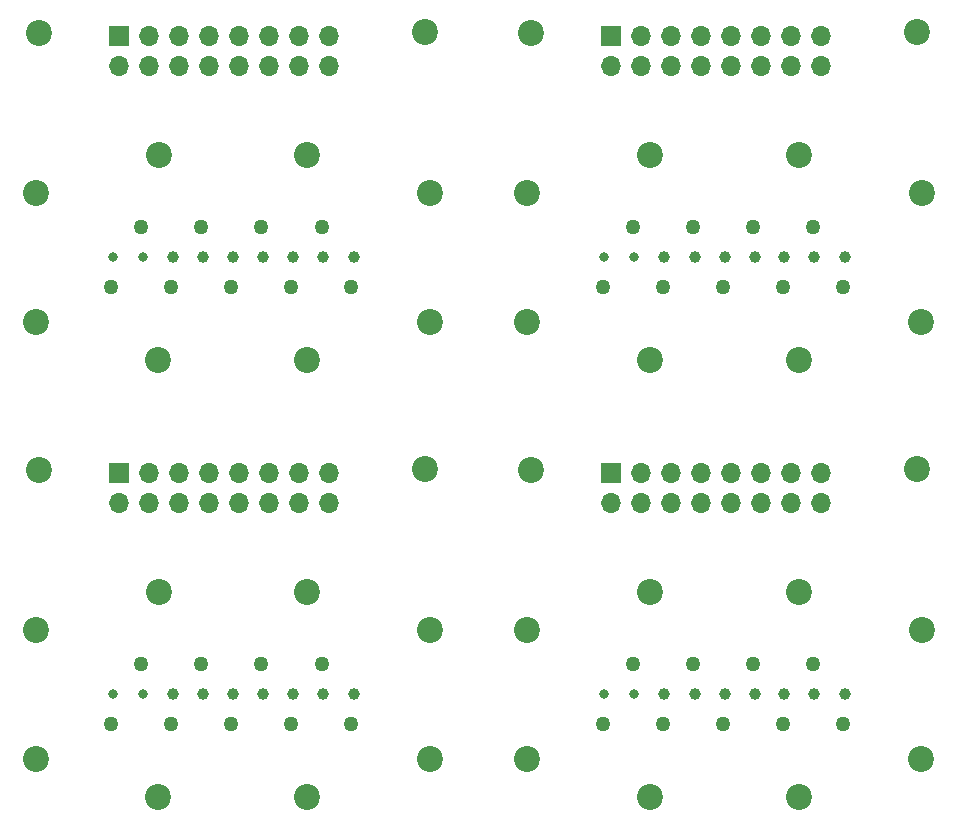
<source format=gts>
%MOIN*%
%OFA0B0*%
%FSLAX46Y46*%
%IPPOS*%
%LPD*%
%ADD10C,0.03937007874015748*%
%ADD11C,0.031496062992125991*%
%ADD12C,0.086614173228346469*%
%ADD13O,0.066929133858267723X0.066929133858267723*%
%ADD14R,0.066929133858267723X0.066929133858267723*%
%ADD15C,0.05*%
%ADD26C,0.03937007874015748*%
%ADD27C,0.031496062992125991*%
%ADD28C,0.086614173228346469*%
%ADD29O,0.066929133858267723X0.066929133858267723*%
%ADD30R,0.066929133858267723X0.066929133858267723*%
%ADD31C,0.05*%
%ADD32C,0.03937007874015748*%
%ADD33C,0.031496062992125991*%
%ADD34C,0.086614173228346469*%
%ADD35O,0.066929133858267723X0.066929133858267723*%
%ADD36R,0.066929133858267723X0.066929133858267723*%
%ADD37C,0.05*%
%ADD38C,0.03937007874015748*%
%ADD39C,0.031496062992125991*%
%ADD40C,0.086614173228346469*%
%ADD41O,0.066929133858267723X0.066929133858267723*%
%ADD42R,0.066929133858267723X0.066929133858267723*%
%ADD43C,0.05*%
G01*
D10*
X-0004656102Y0002990052D02*
X0000582397Y0000492052D03*
X0001185897Y0000492052D03*
X0001082397Y0000492052D03*
X0000783397Y0000492052D03*
D11*
X0000482397Y0000492052D03*
D10*
X0000682897Y0000492052D03*
X0000982397Y0000492052D03*
D11*
X0000381897Y0000492052D03*
D10*
X0000882897Y0000492052D03*
D12*
X0000136897Y0001241052D03*
X0001423897Y0001243052D03*
D13*
X0001103897Y0001130052D03*
X0001103897Y0001230052D03*
X0001003897Y0001130052D03*
X0001003897Y0001230052D03*
X0000903897Y0001130052D03*
X0000903897Y0001230052D03*
X0000803897Y0001130052D03*
X0000803897Y0001230052D03*
X0000703897Y0001130052D03*
X0000703897Y0001230052D03*
X0000603897Y0001130052D03*
X0000603897Y0001230052D03*
X0000503897Y0001130052D03*
X0000503897Y0001230052D03*
X0000403897Y0001130052D03*
D14*
X0000403897Y0001230052D03*
D15*
X0000376897Y0000392052D03*
D12*
X0000124897Y0000708552D03*
X0000533897Y0000149552D03*
X0000124897Y0000275552D03*
X0001439397Y0000275552D03*
X0001439897Y0000708552D03*
X0000534397Y0000834552D03*
X0001030397Y0000149552D03*
X0001030397Y0000834552D03*
D15*
X0000876897Y0000592052D03*
X0000476897Y0000592052D03*
X0000576897Y0000392052D03*
X0000776897Y0000392052D03*
X0000976897Y0000392052D03*
X0001176897Y0000393052D03*
X0001077397Y0000592052D03*
X0000676897Y0000592052D03*
G04 next file*
G04 #@! TF.GenerationSoftware,KiCad,Pcbnew,(5.1.12)-1*
G04 #@! TF.CreationDate,2022-03-29T12:16:14+08:00*
G04 #@! TF.ProjectId,Nozzle,4e6f7a7a-6c65-42e6-9b69-6361645f7063,Gen3.1a*
G04 #@! TF.SameCoordinates,Original*
G04 #@! TF.FileFunction,Soldermask,Top*
G04 #@! TF.FilePolarity,Negative*
G04 Gerber Fmt 4.6, Leading zero omitted, Abs format (unit mm)*
G04 Created by KiCad (PCBNEW (5.1.12)-1) date 2022-03-29 12:16:14*
G01*
G04 APERTURE LIST*
G04 APERTURE END LIST*
D26*
X-0003018397Y0002990052D02*
X0002220102Y0000492052D03*
X0002823602Y0000492052D03*
X0002720102Y0000492052D03*
X0002421102Y0000492052D03*
D27*
X0002120102Y0000492052D03*
D26*
X0002320602Y0000492052D03*
X0002620102Y0000492052D03*
D27*
X0002019602Y0000492052D03*
D26*
X0002520602Y0000492052D03*
D28*
X0001774602Y0001241052D03*
X0003061602Y0001243052D03*
D29*
X0002741602Y0001130052D03*
X0002741602Y0001230052D03*
X0002641602Y0001130052D03*
X0002641602Y0001230052D03*
X0002541602Y0001130052D03*
X0002541602Y0001230052D03*
X0002441602Y0001130052D03*
X0002441602Y0001230052D03*
X0002341602Y0001130052D03*
X0002341602Y0001230052D03*
X0002241602Y0001130052D03*
X0002241602Y0001230052D03*
X0002141602Y0001130052D03*
X0002141602Y0001230052D03*
X0002041602Y0001130052D03*
D30*
X0002041602Y0001230052D03*
D31*
X0002014602Y0000392052D03*
D28*
X0001762602Y0000708552D03*
X0002171602Y0000149552D03*
X0001762602Y0000275552D03*
X0003077102Y0000275552D03*
X0003077602Y0000708552D03*
X0002172102Y0000834552D03*
X0002668102Y0000149552D03*
X0002668102Y0000834552D03*
D31*
X0002514602Y0000592052D03*
X0002114602Y0000592052D03*
X0002214602Y0000392052D03*
X0002414602Y0000392052D03*
X0002614602Y0000392052D03*
X0002814602Y0000393052D03*
X0002715102Y0000592052D03*
X0002314602Y0000592052D03*
G04 next file*
G04 #@! TF.GenerationSoftware,KiCad,Pcbnew,(5.1.12)-1*
G04 #@! TF.CreationDate,2022-03-29T12:16:14+08:00*
G04 #@! TF.ProjectId,Nozzle,4e6f7a7a-6c65-42e6-9b69-6361645f7063,Gen3.1a*
G04 #@! TF.SameCoordinates,Original*
G04 #@! TF.FileFunction,Soldermask,Top*
G04 #@! TF.FilePolarity,Negative*
G04 Gerber Fmt 4.6, Leading zero omitted, Abs format (unit mm)*
G04 Created by KiCad (PCBNEW (5.1.12)-1) date 2022-03-29 12:16:14*
G01*
G04 APERTURE LIST*
G04 APERTURE END LIST*
D32*
X-0004656102Y0004446746D02*
X0000582397Y0001948746D03*
X0001185897Y0001948746D03*
X0001082397Y0001948746D03*
X0000783397Y0001948746D03*
D33*
X0000482397Y0001948746D03*
D32*
X0000682897Y0001948746D03*
X0000982397Y0001948746D03*
D33*
X0000381897Y0001948746D03*
D32*
X0000882897Y0001948746D03*
D34*
X0000136897Y0002697746D03*
X0001423897Y0002699746D03*
D35*
X0001103897Y0002586746D03*
X0001103897Y0002686746D03*
X0001003897Y0002586746D03*
X0001003897Y0002686746D03*
X0000903897Y0002586746D03*
X0000903897Y0002686746D03*
X0000803897Y0002586746D03*
X0000803897Y0002686746D03*
X0000703897Y0002586746D03*
X0000703897Y0002686746D03*
X0000603897Y0002586746D03*
X0000603897Y0002686746D03*
X0000503897Y0002586746D03*
X0000503897Y0002686746D03*
X0000403897Y0002586746D03*
D36*
X0000403897Y0002686746D03*
D37*
X0000376897Y0001848746D03*
D34*
X0000124897Y0002165246D03*
X0000533897Y0001606246D03*
X0000124897Y0001732246D03*
X0001439397Y0001732246D03*
X0001439897Y0002165246D03*
X0000534397Y0002291246D03*
X0001030397Y0001606246D03*
X0001030397Y0002291246D03*
D37*
X0000876897Y0002048746D03*
X0000476897Y0002048746D03*
X0000576897Y0001848746D03*
X0000776897Y0001848746D03*
X0000976897Y0001848746D03*
X0001176897Y0001849746D03*
X0001077397Y0002048746D03*
X0000676897Y0002048746D03*
G04 next file*
G04 #@! TF.GenerationSoftware,KiCad,Pcbnew,(5.1.12)-1*
G04 #@! TF.CreationDate,2022-03-29T12:16:14+08:00*
G04 #@! TF.ProjectId,Nozzle,4e6f7a7a-6c65-42e6-9b69-6361645f7063,Gen3.1a*
G04 #@! TF.SameCoordinates,Original*
G04 #@! TF.FileFunction,Soldermask,Top*
G04 #@! TF.FilePolarity,Negative*
G04 Gerber Fmt 4.6, Leading zero omitted, Abs format (unit mm)*
G04 Created by KiCad (PCBNEW (5.1.12)-1) date 2022-03-29 12:16:14*
G01*
G04 APERTURE LIST*
G04 APERTURE END LIST*
D38*
X-0003018397Y0004446746D02*
X0002220102Y0001948746D03*
X0002823602Y0001948746D03*
X0002720102Y0001948746D03*
X0002421102Y0001948746D03*
D39*
X0002120102Y0001948746D03*
D38*
X0002320602Y0001948746D03*
X0002620102Y0001948746D03*
D39*
X0002019602Y0001948746D03*
D38*
X0002520602Y0001948746D03*
D40*
X0001774602Y0002697746D03*
X0003061602Y0002699746D03*
D41*
X0002741602Y0002586746D03*
X0002741602Y0002686746D03*
X0002641602Y0002586746D03*
X0002641602Y0002686746D03*
X0002541602Y0002586746D03*
X0002541602Y0002686746D03*
X0002441602Y0002586746D03*
X0002441602Y0002686746D03*
X0002341602Y0002586746D03*
X0002341602Y0002686746D03*
X0002241602Y0002586746D03*
X0002241602Y0002686746D03*
X0002141602Y0002586746D03*
X0002141602Y0002686746D03*
X0002041602Y0002586746D03*
D42*
X0002041602Y0002686746D03*
D43*
X0002014602Y0001848746D03*
D40*
X0001762602Y0002165246D03*
X0002171602Y0001606246D03*
X0001762602Y0001732246D03*
X0003077102Y0001732246D03*
X0003077602Y0002165246D03*
X0002172102Y0002291246D03*
X0002668102Y0001606246D03*
X0002668102Y0002291246D03*
D43*
X0002514602Y0002048746D03*
X0002114602Y0002048746D03*
X0002214602Y0001848746D03*
X0002414602Y0001848746D03*
X0002614602Y0001848746D03*
X0002814602Y0001849746D03*
X0002715102Y0002048746D03*
X0002314602Y0002048746D03*
M02*
</source>
